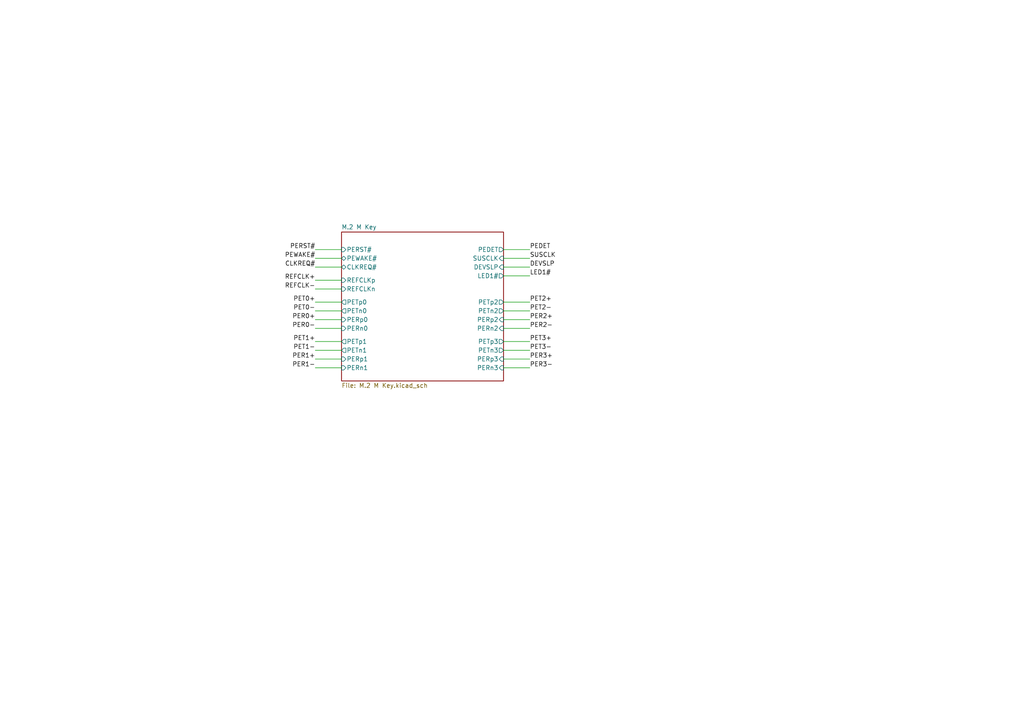
<source format=kicad_sch>
(kicad_sch
	(version 20250114)
	(generator "eeschema")
	(generator_version "9.0")
	(uuid "be459462-4186-4856-8351-49aa0cb19a5b")
	(paper "A4")
	(lib_symbols)
	(wire
		(pts
			(xy 146.05 80.01) (xy 153.67 80.01)
		)
		(stroke
			(width 0)
			(type default)
		)
		(uuid "05ebccf8-3468-43bc-b705-89120440d2ba")
	)
	(wire
		(pts
			(xy 91.44 87.63) (xy 99.06 87.63)
		)
		(stroke
			(width 0)
			(type default)
		)
		(uuid "08569d3a-cf22-4f90-8018-aeec79c1dd5c")
	)
	(wire
		(pts
			(xy 146.05 101.6) (xy 153.67 101.6)
		)
		(stroke
			(width 0)
			(type default)
		)
		(uuid "089ef782-3953-4a52-9298-088dd6282ca5")
	)
	(wire
		(pts
			(xy 91.44 74.93) (xy 99.06 74.93)
		)
		(stroke
			(width 0)
			(type default)
		)
		(uuid "0995f548-e63a-45ed-9221-0408df7e9628")
	)
	(wire
		(pts
			(xy 91.44 77.47) (xy 99.06 77.47)
		)
		(stroke
			(width 0)
			(type default)
		)
		(uuid "0a969fef-ece1-4e54-a274-ac7167d1e01b")
	)
	(wire
		(pts
			(xy 91.44 72.39) (xy 99.06 72.39)
		)
		(stroke
			(width 0)
			(type default)
		)
		(uuid "0f8ecbf7-45f8-4e11-9cbe-a5da55dc3809")
	)
	(wire
		(pts
			(xy 146.05 95.25) (xy 153.67 95.25)
		)
		(stroke
			(width 0)
			(type default)
		)
		(uuid "16913bee-090f-4166-8862-c7c936e5666d")
	)
	(wire
		(pts
			(xy 91.44 104.14) (xy 99.06 104.14)
		)
		(stroke
			(width 0)
			(type default)
		)
		(uuid "2c71b07a-4653-4519-ab35-fc46bbd21196")
	)
	(wire
		(pts
			(xy 146.05 99.06) (xy 153.67 99.06)
		)
		(stroke
			(width 0)
			(type default)
		)
		(uuid "2d20a2f4-9c10-4272-8922-e37ae91c0fca")
	)
	(wire
		(pts
			(xy 91.44 101.6) (xy 99.06 101.6)
		)
		(stroke
			(width 0)
			(type default)
		)
		(uuid "34becc90-e0a2-40de-8126-7c595975be2a")
	)
	(wire
		(pts
			(xy 91.44 81.28) (xy 99.06 81.28)
		)
		(stroke
			(width 0)
			(type default)
		)
		(uuid "47d5e752-ca88-4cb4-be41-421f318f1976")
	)
	(wire
		(pts
			(xy 146.05 92.71) (xy 153.67 92.71)
		)
		(stroke
			(width 0)
			(type default)
		)
		(uuid "558f0572-d30e-46eb-979c-d25712b7f637")
	)
	(wire
		(pts
			(xy 91.44 95.25) (xy 99.06 95.25)
		)
		(stroke
			(width 0)
			(type default)
		)
		(uuid "55ad72c0-3e9d-4b21-94d7-cf01a2b9f69a")
	)
	(wire
		(pts
			(xy 91.44 83.82) (xy 99.06 83.82)
		)
		(stroke
			(width 0)
			(type default)
		)
		(uuid "74b13537-8433-4987-bdc7-3cfc89d7e7f1")
	)
	(wire
		(pts
			(xy 146.05 106.68) (xy 153.67 106.68)
		)
		(stroke
			(width 0)
			(type default)
		)
		(uuid "8d00faf5-36e6-4b82-89b3-b40c3ed3ffd1")
	)
	(wire
		(pts
			(xy 91.44 90.17) (xy 99.06 90.17)
		)
		(stroke
			(width 0)
			(type default)
		)
		(uuid "8e5e4fb9-cfe4-47e3-bc1b-baa44958b710")
	)
	(wire
		(pts
			(xy 146.05 87.63) (xy 153.67 87.63)
		)
		(stroke
			(width 0)
			(type default)
		)
		(uuid "9a97bdfe-da33-4270-b362-3e2c63f518d6")
	)
	(wire
		(pts
			(xy 146.05 77.47) (xy 153.67 77.47)
		)
		(stroke
			(width 0)
			(type default)
		)
		(uuid "a19cd5bc-44d5-48d4-a08a-cf7604ba3cec")
	)
	(wire
		(pts
			(xy 146.05 104.14) (xy 153.67 104.14)
		)
		(stroke
			(width 0)
			(type default)
		)
		(uuid "add1da0d-658a-4e4e-9197-080ac0b80c56")
	)
	(wire
		(pts
			(xy 146.05 90.17) (xy 153.67 90.17)
		)
		(stroke
			(width 0)
			(type default)
		)
		(uuid "c617406e-e17f-4d0d-8fef-24b06c03bc24")
	)
	(wire
		(pts
			(xy 91.44 99.06) (xy 99.06 99.06)
		)
		(stroke
			(width 0)
			(type default)
		)
		(uuid "cb5c8595-6ef7-4032-babb-2a8090727aec")
	)
	(wire
		(pts
			(xy 91.44 92.71) (xy 99.06 92.71)
		)
		(stroke
			(width 0)
			(type default)
		)
		(uuid "cff86642-61ff-4aeb-ae5f-77fd130cdf6e")
	)
	(wire
		(pts
			(xy 146.05 74.93) (xy 153.67 74.93)
		)
		(stroke
			(width 0)
			(type default)
		)
		(uuid "d239806a-06e0-4da0-b58d-5509829d3f54")
	)
	(wire
		(pts
			(xy 91.44 106.68) (xy 99.06 106.68)
		)
		(stroke
			(width 0)
			(type default)
		)
		(uuid "f0da4518-79de-4265-a06e-48fcf8cfdeb0")
	)
	(wire
		(pts
			(xy 146.05 72.39) (xy 153.67 72.39)
		)
		(stroke
			(width 0)
			(type default)
		)
		(uuid "f5a6c1f2-c50c-4df5-b3d2-d713315cee3b")
	)
	(label "PET0+"
		(at 91.44 87.63 180)
		(effects
			(font
				(size 1.27 1.27)
			)
			(justify right bottom)
		)
		(uuid "031e5eca-8658-4ea5-be2e-51880569f7e4")
	)
	(label "PER3-"
		(at 153.67 106.68 0)
		(effects
			(font
				(size 1.27 1.27)
			)
			(justify left bottom)
		)
		(uuid "0f6291b6-5ff7-4d2c-ba04-7b50657d0d71")
	)
	(label "PET2+"
		(at 153.67 87.63 0)
		(effects
			(font
				(size 1.27 1.27)
			)
			(justify left bottom)
		)
		(uuid "17bdd5b6-6d5c-43a7-8ef6-36a3a3ce3743")
	)
	(label "PEWAKE#"
		(at 91.44 74.93 180)
		(effects
			(font
				(size 1.27 1.27)
			)
			(justify right bottom)
		)
		(uuid "18ee7a1e-f437-4cc5-8ca0-cbb7393be001")
	)
	(label "PERST#"
		(at 91.44 72.39 180)
		(effects
			(font
				(size 1.27 1.27)
			)
			(justify right bottom)
		)
		(uuid "19193b3c-a97f-4635-afb4-b37d112c1159")
	)
	(label "SUSCLK"
		(at 153.67 74.93 0)
		(effects
			(font
				(size 1.27 1.27)
			)
			(justify left bottom)
		)
		(uuid "1fd4d0e4-4e9d-4976-8af9-f4932276b85b")
	)
	(label "PER0-"
		(at 91.44 95.25 180)
		(effects
			(font
				(size 1.27 1.27)
			)
			(justify right bottom)
		)
		(uuid "22267384-1492-4bfe-834c-564de0a0ea34")
	)
	(label "PER0+"
		(at 91.44 92.71 180)
		(effects
			(font
				(size 1.27 1.27)
			)
			(justify right bottom)
		)
		(uuid "4071dc7b-c63f-4d90-97b4-4ac0c617416f")
	)
	(label "PET1-"
		(at 91.44 101.6 180)
		(effects
			(font
				(size 1.27 1.27)
			)
			(justify right bottom)
		)
		(uuid "4cb774de-343a-44a0-aeef-aec1b068f887")
	)
	(label "PET3-"
		(at 153.67 101.6 0)
		(effects
			(font
				(size 1.27 1.27)
			)
			(justify left bottom)
		)
		(uuid "6fecd3c2-f1c7-4d09-b345-266323e54448")
	)
	(label "REFCLK+"
		(at 91.44 81.28 180)
		(effects
			(font
				(size 1.27 1.27)
			)
			(justify right bottom)
		)
		(uuid "8328d9e8-a271-46a6-89a7-1626423e3758")
	)
	(label "PER1+"
		(at 91.44 104.14 180)
		(effects
			(font
				(size 1.27 1.27)
			)
			(justify right bottom)
		)
		(uuid "8737b56d-a8b8-4ca7-9749-c81a3a5169b1")
	)
	(label "CLKREQ#"
		(at 91.44 77.47 180)
		(effects
			(font
				(size 1.27 1.27)
			)
			(justify right bottom)
		)
		(uuid "8821091b-a07c-482a-9135-a167c6e229fb")
	)
	(label "PET2-"
		(at 153.67 90.17 0)
		(effects
			(font
				(size 1.27 1.27)
			)
			(justify left bottom)
		)
		(uuid "8f3f33e2-f560-41e8-a4b7-0d2cefd6bfe9")
	)
	(label "REFCLK-"
		(at 91.44 83.82 180)
		(effects
			(font
				(size 1.27 1.27)
			)
			(justify right bottom)
		)
		(uuid "940296c5-2e7c-40ed-8871-0907afe731d7")
	)
	(label "PER2-"
		(at 153.67 95.25 0)
		(effects
			(font
				(size 1.27 1.27)
			)
			(justify left bottom)
		)
		(uuid "96580887-6721-4d25-87a0-94f2c62b29d7")
	)
	(label "PER1-"
		(at 91.44 106.68 180)
		(effects
			(font
				(size 1.27 1.27)
			)
			(justify right bottom)
		)
		(uuid "a2edc3d9-decc-4b3a-aad9-ef1caf0b063e")
	)
	(label "PET3+"
		(at 153.67 99.06 0)
		(effects
			(font
				(size 1.27 1.27)
			)
			(justify left bottom)
		)
		(uuid "a300819a-dcb1-43c0-98f5-6f158bfffd47")
	)
	(label "DEVSLP"
		(at 153.67 77.47 0)
		(effects
			(font
				(size 1.27 1.27)
			)
			(justify left bottom)
		)
		(uuid "bc55777e-7c00-4ff0-b8f4-00d78677db50")
	)
	(label "PET1+"
		(at 91.44 99.06 180)
		(effects
			(font
				(size 1.27 1.27)
			)
			(justify right bottom)
		)
		(uuid "d69e569d-a363-48eb-9f6d-88fa4435737f")
	)
	(label "LED1#"
		(at 153.67 80.01 0)
		(effects
			(font
				(size 1.27 1.27)
			)
			(justify left bottom)
		)
		(uuid "e61e07dd-f181-4d76-85de-af7cf9116f0d")
	)
	(label "PER2+"
		(at 153.67 92.71 0)
		(effects
			(font
				(size 1.27 1.27)
			)
			(justify left bottom)
		)
		(uuid "e704f514-e704-4d60-940b-4c191ce4b730")
	)
	(label "PEDET"
		(at 153.67 72.39 0)
		(effects
			(font
				(size 1.27 1.27)
			)
			(justify left bottom)
		)
		(uuid "e840b721-c0c7-4426-b178-5f36c1486fe0")
	)
	(label "PER3+"
		(at 153.67 104.14 0)
		(effects
			(font
				(size 1.27 1.27)
			)
			(justify left bottom)
		)
		(uuid "e8e0ebd4-f55f-46ae-9a47-3c906280bd3b")
	)
	(label "PET0-"
		(at 91.44 90.17 180)
		(effects
			(font
				(size 1.27 1.27)
			)
			(justify right bottom)
		)
		(uuid "e977c8b5-52b2-4051-9be0-700a0857831b")
	)
	(sheet
		(at 99.06 67.31)
		(size 46.99 43.18)
		(exclude_from_sim no)
		(in_bom yes)
		(on_board yes)
		(dnp no)
		(fields_autoplaced yes)
		(stroke
			(width 0.1524)
			(type solid)
		)
		(fill
			(color 0 0 0 0.0000)
		)
		(uuid "2b631a67-47ea-4a69-b7b6-ace786343b91")
		(property "Sheetname" "M.2 M Key"
			(at 99.06 66.5984 0)
			(effects
				(font
					(size 1.27 1.27)
				)
				(justify left bottom)
			)
		)
		(property "Sheetfile" "M.2 M Key.kicad_sch"
			(at 99.06 111.0746 0)
			(effects
				(font
					(size 1.27 1.27)
				)
				(justify left top)
			)
		)
		(pin "PERST#" input
			(at 99.06 72.39 180)
			(uuid "849614d4-bcf3-462d-ad14-c552fcf6471f")
			(effects
				(font
					(size 1.27 1.27)
				)
				(justify left)
			)
		)
		(pin "PEWAKE#" bidirectional
			(at 99.06 74.93 180)
			(uuid "35880c56-bec1-4d6c-9d71-69100a384db7")
			(effects
				(font
					(size 1.27 1.27)
				)
				(justify left)
			)
		)
		(pin "CLKREQ#" bidirectional
			(at 99.06 77.47 180)
			(uuid "34ea6559-4281-49b5-80c6-dae7b917483b")
			(effects
				(font
					(size 1.27 1.27)
				)
				(justify left)
			)
		)
		(pin "REFCLKp" input
			(at 99.06 81.28 180)
			(uuid "19161351-596c-4653-9e35-d4c6d7a57c3a")
			(effects
				(font
					(size 1.27 1.27)
				)
				(justify left)
			)
		)
		(pin "REFCLKn" input
			(at 99.06 83.82 180)
			(uuid "8662f577-d16e-4dde-bc72-f54f73990c9a")
			(effects
				(font
					(size 1.27 1.27)
				)
				(justify left)
			)
		)
		(pin "PETp0" output
			(at 99.06 87.63 180)
			(uuid "8f60054a-eef0-4331-ba5e-703859e23337")
			(effects
				(font
					(size 1.27 1.27)
				)
				(justify left)
			)
		)
		(pin "PERp0" input
			(at 99.06 92.71 180)
			(uuid "55ed5c6f-2425-415f-925c-5e4c69abd414")
			(effects
				(font
					(size 1.27 1.27)
				)
				(justify left)
			)
		)
		(pin "PETn0" output
			(at 99.06 90.17 180)
			(uuid "7a1e3ea8-a96e-4e10-8008-1ec026851538")
			(effects
				(font
					(size 1.27 1.27)
				)
				(justify left)
			)
		)
		(pin "PERn0" input
			(at 99.06 95.25 180)
			(uuid "ceb2974f-478a-455b-8f49-2dd42900c8e3")
			(effects
				(font
					(size 1.27 1.27)
				)
				(justify left)
			)
		)
		(pin "PETp1" output
			(at 99.06 99.06 180)
			(uuid "50d9e533-d81a-4b03-85c3-bfa38c30ab10")
			(effects
				(font
					(size 1.27 1.27)
				)
				(justify left)
			)
		)
		(pin "PETn1" output
			(at 99.06 101.6 180)
			(uuid "6d77d446-d8cb-4492-90e1-28bee71f7226")
			(effects
				(font
					(size 1.27 1.27)
				)
				(justify left)
			)
		)
		(pin "PERn1" input
			(at 99.06 106.68 180)
			(uuid "37e6fe4a-463e-4942-ad21-3cb1ed604d35")
			(effects
				(font
					(size 1.27 1.27)
				)
				(justify left)
			)
		)
		(pin "PERp1" input
			(at 99.06 104.14 180)
			(uuid "b38bc5e3-294f-4625-a5c2-8d56038a5381")
			(effects
				(font
					(size 1.27 1.27)
				)
				(justify left)
			)
		)
		(pin "PETn2" output
			(at 146.05 90.17 0)
			(uuid "d401892f-25db-4908-b588-b9d9d90674b5")
			(effects
				(font
					(size 1.27 1.27)
				)
				(justify right)
			)
		)
		(pin "PETp2" output
			(at 146.05 87.63 0)
			(uuid "33aab2ac-c617-4797-b7e0-190f36ce69e1")
			(effects
				(font
					(size 1.27 1.27)
				)
				(justify right)
			)
		)
		(pin "PERp2" input
			(at 146.05 92.71 0)
			(uuid "a1687b6c-27d7-422b-8b24-9fe7e8468d43")
			(effects
				(font
					(size 1.27 1.27)
				)
				(justify right)
			)
		)
		(pin "PERn2" input
			(at 146.05 95.25 0)
			(uuid "065ed192-ed5c-4593-ae2e-1a4c33725ab3")
			(effects
				(font
					(size 1.27 1.27)
				)
				(justify right)
			)
		)
		(pin "PETp3" output
			(at 146.05 99.06 0)
			(uuid "fd1313a6-cda6-4a95-a95c-4cac1a29376e")
			(effects
				(font
					(size 1.27 1.27)
				)
				(justify right)
			)
		)
		(pin "PETn3" output
			(at 146.05 101.6 0)
			(uuid "953e704e-47b3-4f1a-9d41-06bddf066100")
			(effects
				(font
					(size 1.27 1.27)
				)
				(justify right)
			)
		)
		(pin "PERn3" input
			(at 146.05 106.68 0)
			(uuid "ac21688a-1b31-433c-95d1-7149f2b8a569")
			(effects
				(font
					(size 1.27 1.27)
				)
				(justify right)
			)
		)
		(pin "PERp3" input
			(at 146.05 104.14 0)
			(uuid "c16cc65b-3683-4ee2-af6b-548285deb807")
			(effects
				(font
					(size 1.27 1.27)
				)
				(justify right)
			)
		)
		(pin "PEDET" output
			(at 146.05 72.39 0)
			(uuid "a5011dfa-79be-43fc-9136-ca58564af261")
			(effects
				(font
					(size 1.27 1.27)
				)
				(justify right)
			)
		)
		(pin "SUSCLK" input
			(at 146.05 74.93 0)
			(uuid "2d7567e9-c2bb-4697-8823-1970f62e63c0")
			(effects
				(font
					(size 1.27 1.27)
				)
				(justify right)
			)
		)
		(pin "DEVSLP" input
			(at 146.05 77.47 0)
			(uuid "492541be-7c2b-4aa1-9d6c-fd941d23d064")
			(effects
				(font
					(size 1.27 1.27)
				)
				(justify right)
			)
		)
		(pin "LED1#" output
			(at 146.05 80.01 0)
			(uuid "9916960d-0043-43f4-9111-90d1499de481")
			(effects
				(font
					(size 1.27 1.27)
				)
				(justify right)
			)
		)
		(instances
			(project "M.2 M Key 3030"
				(path "/be459462-4186-4856-8351-49aa0cb19a5b"
					(page "2")
				)
			)
		)
	)
	(sheet_instances
		(path "/"
			(page "1")
		)
	)
	(embedded_fonts no)
)

</source>
